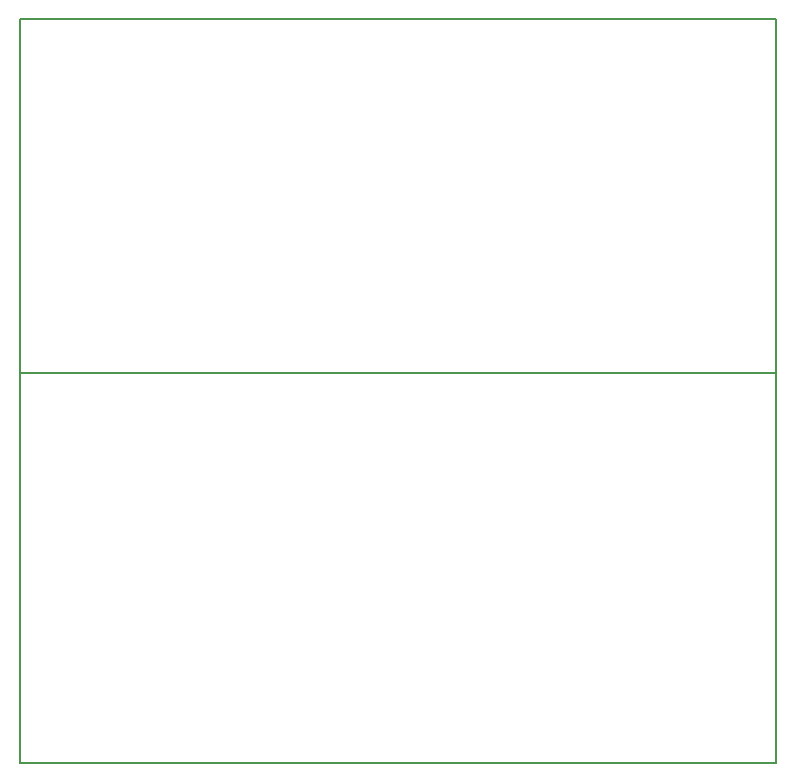
<source format=gbr>
G04 #@! TF.FileFunction,Profile,NP*
%FSLAX46Y46*%
G04 Gerber Fmt 4.6, Leading zero omitted, Abs format (unit mm)*
G04 Created by KiCad (PCBNEW 4.0.7) date 11/13/17 23:34:05*
%MOMM*%
%LPD*%
G01*
G04 APERTURE LIST*
%ADD10C,0.100000*%
%ADD11C,0.150000*%
G04 APERTURE END LIST*
D10*
D11*
X104902000Y-56134000D02*
X104902000Y-86106000D01*
X168910000Y-56134000D02*
X168910000Y-86106000D01*
X168910000Y-56134000D02*
X104902000Y-56134000D01*
X104902000Y-119126000D02*
X168910000Y-119126000D01*
X104902000Y-86106000D02*
X104902000Y-119126000D01*
X168910000Y-119126000D02*
X168910000Y-86106000D01*
X168910000Y-86106000D02*
X104902000Y-86106000D01*
M02*

</source>
